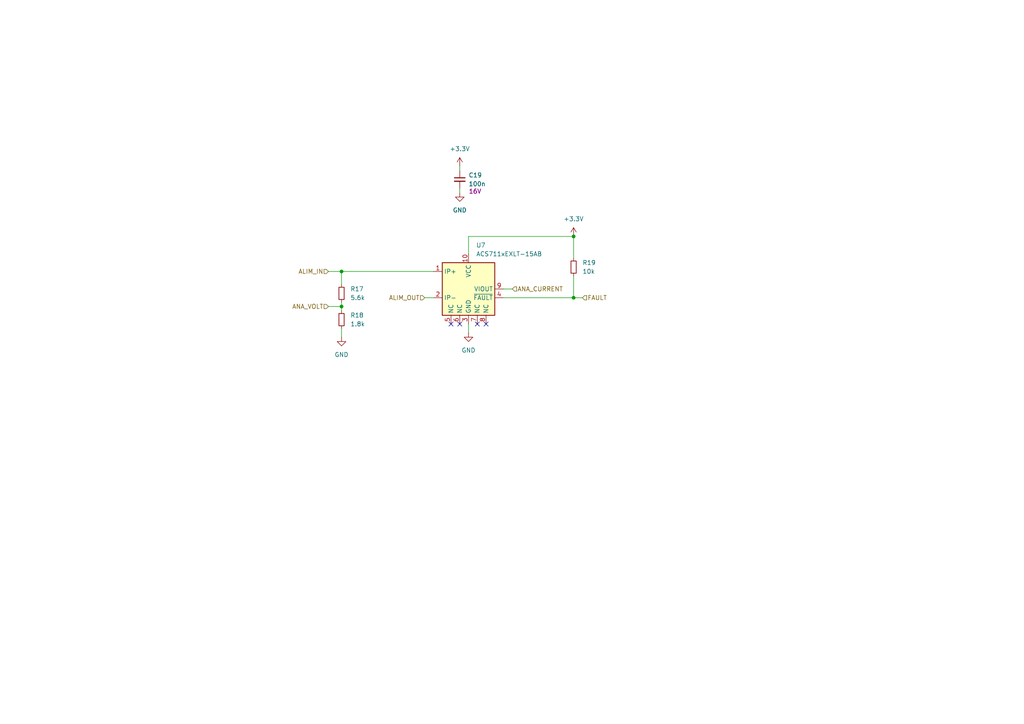
<source format=kicad_sch>
(kicad_sch (version 20230121) (generator eeschema)
  (paper "A4")
  (lib_symbols
    (symbol "Device:C_Small" (pin_numbers hide) (pin_names (offset 0.254) hide)
      (property "Reference" "C" (at 0.254 1.778 0))
      (property "Value" "C_Small" (at 0.254 -2.032 0))
      (symbol "C_Small_0_1"
        (polyline (pts (xy -1.524 -0.508) (xy 1.524 -0.508)) (stroke (width 0.3302)))
        (polyline (pts (xy -1.524 0.508) (xy 1.524 0.508)) (stroke (width 0.3048)))
      )
      (symbol "C_Small_1_1"
        (pin passive line (at 0 2.54 270) (length 2.032) (name "~") (number "1"))
        (pin passive line (at 0 -2.54 90) (length 2.032) (name "~") (number "2"))
      )
    )
    (symbol "Device:R_Small" (pin_numbers hide) (pin_names (offset 0.254) hide)
      (property "Reference" "R" (at 0.762 0.508 0))
      (property "Value" "R_Small" (at 0.762 -1.016 0))
      (symbol "R_Small_0_1"
        (rectangle (start -0.762 1.778) (end 0.762 -1.778) (stroke (width 0.2032)))
      )
      (symbol "R_Small_1_1"
        (pin passive line (at 0 2.54 270) (length 0.762) (name "~") (number "1"))
        (pin passive line (at 0 -2.54 90) (length 0.762) (name "~") (number "2"))
      )
    )
    (symbol "Sensor_Current:ACS711xEXLT-15AB"
      (property "Reference" "U" (at 8.89 6.35 0))
      (property "Value" "ACS711xEXLT-15AB" (at 8.89 3.81 0))
      (symbol "ACS711xEXLT-15AB_0_1"
        (rectangle (start -7.62 7.62) (end 7.62 -7.62) (stroke (width 0.254)) (fill (type background)))
      )
      (symbol "ACS711xEXLT-15AB_1_1"
        (pin passive line (at -10.16 5.08 0) (length 2.54) (name "IP+") (number "1"))
        (pin power_in line (at 0 10.16 270) (length 2.54) (name "VCC") (number "10"))
        (pin passive line (at -10.16 -2.54 0) (length 2.54) (name "IP-") (number "2"))
        (pin power_in line (at 0 -10.16 90) (length 2.54) (name "GND") (number "3"))
        (pin output line (at 10.16 -2.54 180) (length 2.54) (name "~{FAULT}") (number "4"))
        (pin passive line (at -5.08 -10.16 90) (length 2.54) (name "NC") (number "5"))
        (pin passive line (at -2.54 -10.16 90) (length 2.54) (name "NC") (number "6"))
        (pin passive line (at 2.54 -10.16 90) (length 2.54) (name "NC") (number "7"))
        (pin passive line (at 5.08 -10.16 90) (length 2.54) (name "NC") (number "8"))
        (pin output line (at 10.16 0 180) (length 2.54) (name "VIOUT") (number "9"))
      )
    )
    (symbol "power:+3.3V" (power) (pin_names (offset 0))
      (property "Value" "+3.3V" (at 0 3.556 0))
      (symbol "+3.3V_0_1"
        (polyline (pts (xy -0.762 1.27) (xy 0 2.54)))
        (polyline (pts (xy 0 0) (xy 0 2.54)))
        (polyline (pts (xy 0 2.54) (xy 0.762 1.27)))
      )
      (symbol "+3.3V_1_1"
        (pin power_in line (at 0 0 90) (length 0) hide (name "+3.3V") (number "1"))
      )
    )
    (symbol "power:GND" (power) (pin_names (offset 0))
      (property "Value" "GND" (at 0 -3.81 0))
      (symbol "GND_0_1"
        (polyline (pts (xy 0 0) (xy 0 -1.27) (xy 1.27 -1.27) (xy 0 -2.54) (xy -1.27 -1.27) (xy 0 -1.27)))
      )
      (symbol "GND_1_1"
        (pin power_in line (at 0 0 270) (length 0) hide (name "GND") (number "1"))
      )
    )
  )
  (junction (at 166.37 86.36))
  (junction (at 99.06 88.9))
  (junction (at 166.37 68.58))
  (junction (at 99.06 78.74))
  (no_connect (at 130.81 93.98))
  (no_connect (at 140.97 93.98))
  (no_connect (at 138.43 93.98))
  (no_connect (at 133.35 93.98))
  (wire (pts (xy 166.37 86.36) (xy 168.91 86.36)))
  (wire (pts (xy 146.05 86.36) (xy 166.37 86.36)))
  (wire (pts (xy 99.06 78.74) (xy 99.06 82.55)))
  (wire (pts (xy 99.06 95.25) (xy 99.06 97.79)))
  (wire (pts (xy 166.37 86.36) (xy 166.37 80.01)))
  (wire (pts (xy 95.25 88.9) (xy 99.06 88.9)))
  (wire (pts (xy 99.06 78.74) (xy 125.73 78.74)))
  (wire (pts (xy 135.89 73.66) (xy 135.89 68.58)))
  (wire (pts (xy 95.25 78.74) (xy 99.06 78.74)))
  (wire (pts (xy 135.89 93.98) (xy 135.89 96.52)))
  (wire (pts (xy 133.35 54.61) (xy 133.35 55.88)))
  (wire (pts (xy 123.19 86.36) (xy 125.73 86.36)))
  (wire (pts (xy 146.05 83.82) (xy 148.59 83.82)))
  (wire (pts (xy 166.37 68.58) (xy 166.37 74.93)))
  (wire (pts (xy 99.06 88.9) (xy 99.06 90.17)))
  (wire (pts (xy 133.35 48.26) (xy 133.35 49.53)))
  (wire (pts (xy 99.06 87.63) (xy 99.06 88.9)))
  (wire (pts (xy 135.89 68.58) (xy 166.37 68.58)))
  (hierarchical_label "FAULT" (shape input) (at 168.91 86.36 0))
  (hierarchical_label "ANA_CURRENT" (shape input) (at 148.59 83.82 0))
  (hierarchical_label "ALIM_OUT" (shape input) (at 123.19 86.36 180))
  (hierarchical_label "ANA_VOLT" (shape input) (at 95.25 88.9 180))
  (hierarchical_label "ALIM_IN" (shape input) (at 95.25 78.74 180))
  (symbol (lib_id "power:+3.3V") (at 166.37 68.58 0) (unit 1)
    (property "Reference" "#PWR073" (effects hide))
    (property "Value" "+3.3V" (at 166.37 63.5 0))
    (instances (project "MasterAlimCAN" (path "" (reference "#PWR073") (unit 1)) (path "" (reference "#PWR078") (unit 1)) (path "" (reference "#PWR083") (unit 1))))
  )
  (symbol (lib_id "power:+3.3V") (at 133.35 48.26 0) (unit 1)
    (property "Reference" "#PWR070" (effects hide))
    (property "Value" "+3.3V" (at 133.35 43.18 0))
    (instances (project "MasterAlimCAN" (path "" (reference "#PWR070") (unit 1)) (path "" (reference "#PWR075") (unit 1)) (path "" (reference "#PWR080") (unit 1))))
  )
  (symbol (lib_id "power:GND") (at 99.06 97.79 0) (unit 1)
    (property "Reference" "#PWR069" (effects hide))
    (property "Value" "GND" (at 99.06 102.87 0))
    (instances (project "MasterAlimCAN" (path "" (reference "#PWR069") (unit 1)) (path "" (reference "#PWR074") (unit 1)) (path "" (reference "#PWR079") (unit 1))))
  )
  (symbol (lib_id "power:GND") (at 133.35 55.88 0) (unit 1)
    (property "Reference" "#PWR071" (effects hide))
    (property "Value" "GND" (at 133.35 60.96 0))
    (instances (project "MasterAlimCAN" (path "" (reference "#PWR071") (unit 1)) (path "" (reference "#PWR076") (unit 1)) (path "" (reference "#PWR081") (unit 1))))
  )
  (symbol (lib_id "Device:R_Small") (at 99.06 85.09 0) (unit 1)
    (property "Reference" "R17" (at 101.6 83.82 0) (effects (justify left)))
    (property "Value" "5.6k" (at 101.6 86.36 0) (effects (justify left)))
    (property "Footprint" "Resistor_SMD:R_0805_2012Metric_Pad1.20x1.40mm_HandSolder" (effects hide))
    (property "LCSC Part" "C26024" (effects hide))
    (instances (project "MasterAlimCAN" (path "" (reference "R17") (unit 1)) (path "" (reference "R23") (unit 1)) (path "" (reference "R20") (unit 1))))
  )
  (symbol (lib_id "power:GND") (at 135.89 96.52 0) (unit 1)
    (property "Reference" "#PWR072" (effects hide))
    (property "Value" "GND" (at 135.89 101.6 0))
    (instances (project "MasterAlimCAN" (path "" (reference "#PWR072") (unit 1)) (path "" (reference "#PWR077") (unit 1)) (path "" (reference "#PWR082") (unit 1))))
  )
  (symbol (lib_id "Device:C_Small") (at 133.35 52.07 0) (unit 1)
    (property "Reference" "C19" (at 135.89 50.8063 0) (effects (justify left)))
    (property "Value" "100n" (at 135.89 53.3463 0) (effects (justify left)))
    (property "Footprint" "Capacitor_SMD:C_0402_1005Metric_Pad0.74x0.62mm_HandSolder" (effects hide))
    (property "LCSC Part" "C1525" (effects hide))
    (property "Tension" "16V" (at 137.795 55.499 0))
    (instances (project "MasterAlimCAN" (path "" (reference "C19") (unit 1)) (path "" (reference "C21") (unit 1)) (path "" (reference "C20") (unit 1))))
  )
  (symbol (lib_id "Sensor_Current:ACS711xEXLT-15AB") (at 135.89 83.82 0) (unit 1)
    (property "Reference" "U7" (at 138.0841 71.12 0) (effects (justify left)))
    (property "Value" "ACS711xEXLT-15AB" (at 138.0841 73.66 0) (effects (justify left)))
    (property "Footprint" "Sensor_Current:Allegro_QFN-12-10-1EP_3x3mm_P0.5mm" (effects hide))
    (property "Datasheet" "http://www.allegromicro.com/~/Media/Files/Datasheets/ACS711-Datasheet.ashx" (effects hide))
    (property "LCSC Part" "C150824" (effects hide))
    (instances (project "MasterAlimCAN" (path "" (reference "U7") (unit 1)) (path "" (reference "U8") (unit 1)) (path "" (reference "U9") (unit 1))))
  )
  (symbol (lib_id "Device:R_Small") (at 166.37 77.47 0) (unit 1)
    (property "Reference" "R19" (at 168.91 76.2 0) (effects (justify left)))
    (property "Value" "10k" (at 168.91 78.74 0) (effects (justify left)))
    (property "Footprint" "Resistor_SMD:R_0805_2012Metric_Pad1.20x1.40mm_HandSolder" (effects hide))
    (property "LCSC Part" "C17414" (effects hide))
    (instances (project "MasterAlimCAN" (path "" (reference "R19") (unit 1)) (path "" (reference "R25") (unit 1)) (path "" (reference "R22") (unit 1))))
  )
  (symbol (lib_id "Device:R_Small") (at 99.06 92.71 0) (unit 1)
    (property "Reference" "R18" (at 101.6 91.44 0) (effects (justify left)))
    (property "Value" "1.8k" (at 101.6 93.98 0) (effects (justify left)))
    (property "Footprint" "Resistor_SMD:R_0805_2012Metric_Pad1.20x1.40mm_HandSolder" (effects hide))
    (property "LCSC Part" "C17398" (effects hide))
    (instances (project "MasterAlimCAN" (path "" (reference "R18") (unit 1)) (path "" (reference "R24") (unit 1)) (path "" (reference "R21") (unit 1))))
  )
)
</source>
